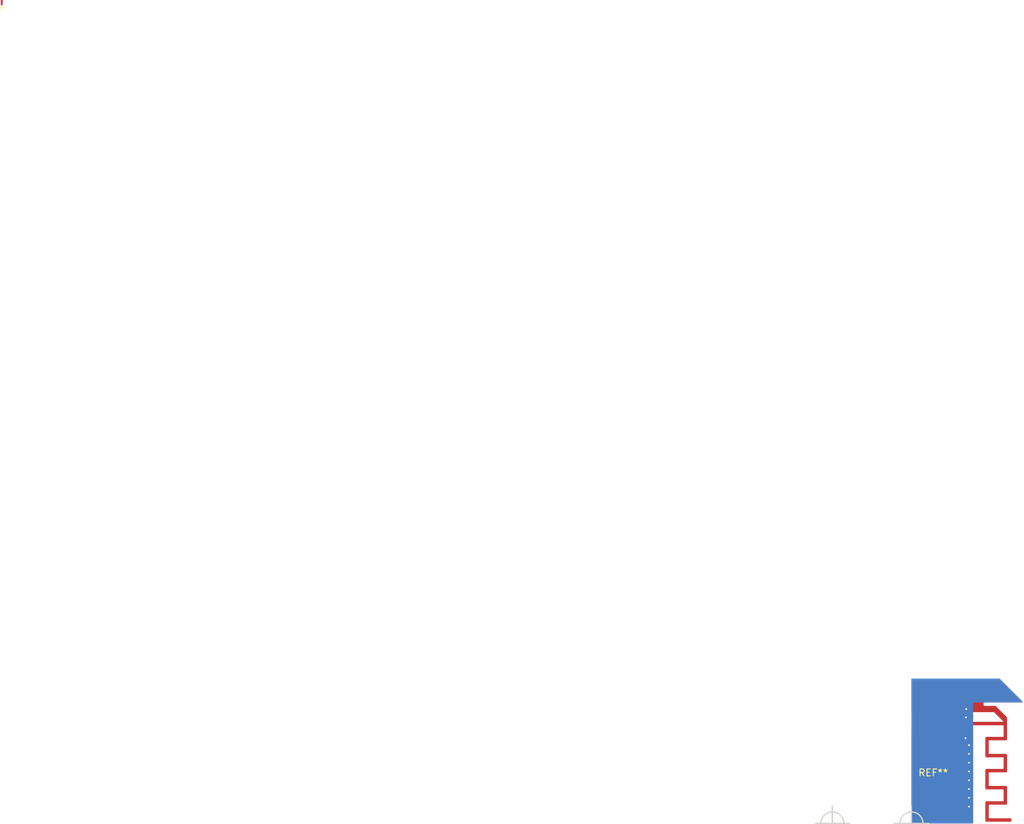
<source format=kicad_pcb>
(kicad_pcb (version 4) (host pcbnew 4.0.5)

  (general
    (links 15)
    (no_connects 0)
    (area -1.392163 -0.8556 153.728557 130.347857)
    (thickness 1.6)
    (drawings 16)
    (tracks 2)
    (zones 0)
    (modules 14)
    (nets 2)
  )

  (page A4)
  (layers
    (0 F.Cu signal)
    (31 B.Cu signal)
    (32 B.Adhes user hide)
    (33 F.Adhes user hide)
    (34 B.Paste user hide)
    (35 F.Paste user hide)
    (36 B.SilkS user hide)
    (37 F.SilkS user hide)
    (38 B.Mask user hide)
    (39 F.Mask user hide)
    (40 Dwgs.User user hide)
    (41 Cmts.User user hide)
    (42 Eco1.User user hide)
    (43 Eco2.User user hide)
    (44 Edge.Cuts user hide)
    (45 Margin user)
    (46 B.CrtYd user hide)
    (47 F.CrtYd user hide)
    (48 B.Fab user hide)
    (49 F.Fab user hide)
  )

  (setup
    (last_trace_width 0.254)
    (user_trace_width 0.254)
    (user_trace_width 0.508)
    (user_trace_width 0.5588)
    (user_trace_width 1.016)
    (user_trace_width 1.27)
    (user_trace_width 2.286)
    (trace_clearance 0.1524)
    (zone_clearance 0.1524)
    (zone_45_only yes)
    (trace_min 0.1524)
    (segment_width 0.2)
    (edge_width 0.15)
    (via_size 0.5588)
    (via_drill 0.254)
    (via_min_size 0.254)
    (via_min_drill 0.1016)
    (user_via 0.5588 0.254)
    (user_via 1.016 0.762)
    (uvia_size 0.3)
    (uvia_drill 0.1)
    (uvias_allowed no)
    (uvia_min_size 0.2)
    (uvia_min_drill 0.1)
    (pcb_text_width 0.3)
    (pcb_text_size 1.5 1.5)
    (mod_edge_width 0.15)
    (mod_text_size 1 1)
    (mod_text_width 0.15)
    (pad_size 5.08 2.42)
    (pad_drill 0)
    (pad_to_mask_clearance 0.0762)
    (aux_axis_origin 131.5085 118.491)
    (grid_origin 131.5085 118.491)
    (visible_elements 7FFEFF7F)
    (pcbplotparams
      (layerselection 0x02000_80000001)
      (usegerberextensions false)
      (excludeedgelayer true)
      (linewidth 0.100000)
      (plotframeref false)
      (viasonmask false)
      (mode 1)
      (useauxorigin true)
      (hpglpennumber 1)
      (hpglpenspeed 20)
      (hpglpendiameter 15)
      (hpglpenoverlay 2)
      (psnegative false)
      (psa4output false)
      (plotreference true)
      (plotvalue true)
      (plotinvisibletext false)
      (padsonsilk false)
      (subtractmaskfromsilk false)
      (outputformat 1)
      (mirror false)
      (drillshape 0)
      (scaleselection 1)
      (outputdirectory ART/))
  )

  (net 0 "")
  (net 1 GND)

  (net_class Default "This is the default net class."
    (clearance 0.1524)
    (trace_width 0.254)
    (via_dia 0.5588)
    (via_drill 0.254)
    (uvia_dia 0.3)
    (uvia_drill 0.1)
    (add_net GND)
  )

  (module muwave_stub (layer F.Cu) (tedit 5994F6C7) (tstamp 0)
    (at 0 0)
    (fp_text reference REF** (at 0 0.5) (layer F.SilkS)
      (effects (font (size 0.254 0.254) (thickness 0.0508)))
    )
    (fp_text value muwave_stub (at 0 -0.5) (layer F.Fab)
      (effects (font (size 0.254 0.254) (thickness 0.0508)))
    )
    (pad 1 smd rect (at 0 0) (size 0.254 0.254) (layers F.Cu))
    (pad 1 smd rect (at 0 -0.37465) (size 0.254 0.4953) (layers F.Cu))
  )

  (module muwave_stub (layer F.Cu) (tedit 5994F6B1) (tstamp 0)
    (at 0 0)
    (fp_text reference REF** (at 0 0.5) (layer F.SilkS)
      (effects (font (size 0.254 0.254) (thickness 0.0508)))
    )
    (fp_text value muwave_stub (at 0 -0.5) (layer F.Fab)
      (effects (font (size 0.254 0.254) (thickness 0.0508)))
    )
    (pad 1 smd rect (at 0 0) (size 0.254 0.254) (layers F.Cu))
    (pad 1 smd rect (at 0 -0.37465) (size 0.254 0.4953) (layers F.Cu))
  )

  (module Miscellaneous:Via_Stitch_Dia0.356mm_Drill0.254mm (layer B.Cu) (tedit 58ED5CAC) (tstamp 59948BEE)
    (at 139.827 116.0526 90)
    (fp_text reference REF** (at 0 -0.889 90) (layer B.SilkS) hide
      (effects (font (size 1 1) (thickness 0.15)) (justify mirror))
    )
    (fp_text value Via_Stitch_Dia0.356mm_Drill0.254mm (at 0 0.889 90) (layer B.Fab)
      (effects (font (size 1 1) (thickness 0.15)) (justify mirror))
    )
    (pad 1 thru_hole circle (at 0 0 90) (size 0.356 0.356) (drill 0.254) (layers *.Cu)
      (net 1 GND) (zone_connect 2))
  )

  (module Miscellaneous:Via_Stitch_Dia0.356mm_Drill0.254mm (layer B.Cu) (tedit 58ED5CAC) (tstamp 596FEEA0)
    (at 139.4333 101.9429)
    (fp_text reference REF** (at 0 -0.889) (layer B.SilkS) hide
      (effects (font (size 1 1) (thickness 0.15)) (justify mirror))
    )
    (fp_text value Via_Stitch_Dia0.356mm_Drill0.254mm (at 0 0.889) (layer B.Fab)
      (effects (font (size 1 1) (thickness 0.15)) (justify mirror))
    )
    (pad 1 thru_hole circle (at 0 0) (size 0.356 0.356) (drill 0.254) (layers *.Cu)
      (net 1 GND) (zone_connect 2))
  )

  (module Miscellaneous:Via_Stitch_Dia0.356mm_Drill0.254mm (layer B.Cu) (tedit 58ED5CAC) (tstamp 590F8A80)
    (at 139.827 107.1626 90)
    (fp_text reference REF** (at 0 -0.889 90) (layer B.SilkS) hide
      (effects (font (size 1 1) (thickness 0.15)) (justify mirror))
    )
    (fp_text value Via_Stitch_Dia0.356mm_Drill0.254mm (at 0 0.889 90) (layer B.Fab)
      (effects (font (size 1 1) (thickness 0.15)) (justify mirror))
    )
    (pad 1 thru_hole circle (at 0 0 90) (size 0.356 0.356) (drill 0.254) (layers *.Cu)
      (net 1 GND) (zone_connect 2))
  )

  (module Miscellaneous:Via_Stitch_Dia0.356mm_Drill0.254mm (layer B.Cu) (tedit 58ED5CAC) (tstamp 590F8A78)
    (at 139.827 109.7026 90)
    (fp_text reference REF** (at 0 -0.889 90) (layer B.SilkS) hide
      (effects (font (size 1 1) (thickness 0.15)) (justify mirror))
    )
    (fp_text value Via_Stitch_Dia0.356mm_Drill0.254mm (at 0 0.889 90) (layer B.Fab)
      (effects (font (size 1 1) (thickness 0.15)) (justify mirror))
    )
    (pad 1 thru_hole circle (at 0 0 90) (size 0.356 0.356) (drill 0.254) (layers *.Cu)
      (net 1 GND) (zone_connect 2))
  )

  (module Miscellaneous:Via_Stitch_Dia0.356mm_Drill0.254mm (layer B.Cu) (tedit 58ED5CAC) (tstamp 590F8A70)
    (at 139.827 112.2426 90)
    (fp_text reference REF** (at 0 -0.889 90) (layer B.SilkS) hide
      (effects (font (size 1 1) (thickness 0.15)) (justify mirror))
    )
    (fp_text value Via_Stitch_Dia0.356mm_Drill0.254mm (at 0 0.889 90) (layer B.Fab)
      (effects (font (size 1 1) (thickness 0.15)) (justify mirror))
    )
    (pad 1 thru_hole circle (at 0 0 90) (size 0.356 0.356) (drill 0.254) (layers *.Cu)
      (net 1 GND) (zone_connect 2))
  )

  (module Miscellaneous:Via_Stitch_Dia0.356mm_Drill0.254mm (layer B.Cu) (tedit 58ED5CAC) (tstamp 590F8A60)
    (at 139.827 108.4326 90)
    (fp_text reference REF** (at 0 -0.889 90) (layer B.SilkS) hide
      (effects (font (size 1 1) (thickness 0.15)) (justify mirror))
    )
    (fp_text value Via_Stitch_Dia0.356mm_Drill0.254mm (at 0 0.889 90) (layer B.Fab)
      (effects (font (size 1 1) (thickness 0.15)) (justify mirror))
    )
    (pad 1 thru_hole circle (at 0 0 90) (size 0.356 0.356) (drill 0.254) (layers *.Cu)
      (net 1 GND) (zone_connect 2))
  )

  (module Miscellaneous:Via_Stitch_Dia0.356mm_Drill0.254mm (layer B.Cu) (tedit 58ED5CAC) (tstamp 590F8A5C)
    (at 139.827 110.9726 90)
    (fp_text reference REF** (at 0 -0.889 90) (layer B.SilkS) hide
      (effects (font (size 1 1) (thickness 0.15)) (justify mirror))
    )
    (fp_text value Via_Stitch_Dia0.356mm_Drill0.254mm (at 0 0.889 90) (layer B.Fab)
      (effects (font (size 1 1) (thickness 0.15)) (justify mirror))
    )
    (pad 1 thru_hole circle (at 0 0 90) (size 0.356 0.356) (drill 0.254) (layers *.Cu)
      (net 1 GND) (zone_connect 2))
  )

  (module Miscellaneous:Via_Stitch_Dia0.356mm_Drill0.254mm (layer B.Cu) (tedit 58ED5CAC) (tstamp 590F8A4C)
    (at 139.827 113.5126 90)
    (fp_text reference REF** (at 0 -0.889 90) (layer B.SilkS) hide
      (effects (font (size 1 1) (thickness 0.15)) (justify mirror))
    )
    (fp_text value Via_Stitch_Dia0.356mm_Drill0.254mm (at 0 0.889 90) (layer B.Fab)
      (effects (font (size 1 1) (thickness 0.15)) (justify mirror))
    )
    (pad 1 thru_hole circle (at 0 0 90) (size 0.356 0.356) (drill 0.254) (layers *.Cu)
      (net 1 GND) (zone_connect 2))
  )

  (module Miscellaneous:Via_Stitch_Dia0.356mm_Drill0.254mm (layer B.Cu) (tedit 58ED5CAC) (tstamp 590F8A24)
    (at 139.827 114.7826 90)
    (fp_text reference REF** (at 0 -0.889 90) (layer B.SilkS) hide
      (effects (font (size 1 1) (thickness 0.15)) (justify mirror))
    )
    (fp_text value Via_Stitch_Dia0.356mm_Drill0.254mm (at 0 0.889 90) (layer B.Fab)
      (effects (font (size 1 1) (thickness 0.15)) (justify mirror))
    )
    (pad 1 thru_hole circle (at 0 0 90) (size 0.356 0.356) (drill 0.254) (layers *.Cu)
      (net 1 GND) (zone_connect 2))
  )

  (module Miscellaneous:Via_Stitch_Dia0.356mm_Drill0.254mm (layer B.Cu) (tedit 58ED5CAC) (tstamp 5903A6F6)
    (at 139.319 106.1466)
    (fp_text reference REF** (at 0 -0.889) (layer B.SilkS) hide
      (effects (font (size 1 1) (thickness 0.15)) (justify mirror))
    )
    (fp_text value Via_Stitch_Dia0.356mm_Drill0.254mm (at 0 0.889) (layer B.Fab)
      (effects (font (size 1 1) (thickness 0.15)) (justify mirror))
    )
    (pad 1 thru_hole circle (at 0 0) (size 0.356 0.356) (drill 0.254) (layers *.Cu)
      (net 1 GND) (zone_connect 2))
  )

  (module Miscellaneous:Via_Stitch_Dia0.356mm_Drill0.254mm (layer B.Cu) (tedit 58ED5CAC) (tstamp 5903A450)
    (at 139.3825 103.1494)
    (fp_text reference REF** (at 0 -0.889) (layer B.SilkS) hide
      (effects (font (size 1 1) (thickness 0.15)) (justify mirror))
    )
    (fp_text value Via_Stitch_Dia0.356mm_Drill0.254mm (at 0 0.889) (layer B.Fab)
      (effects (font (size 1 1) (thickness 0.15)) (justify mirror))
    )
    (pad 1 thru_hole circle (at 0 0) (size 0.356 0.356) (drill 0.254) (layers *.Cu)
      (net 1 GND) (zone_connect 2))
  )

  (module Miscellaneous:Molex_SMA_Jack_Edge_Mount (layer F.Cu) (tedit 5995E420) (tstamp 598D0DBF)
    (at 136.3853 104.0384)
    (descr "Molex SMA Jack, Edge Mount, http://www.molex.com/pdm_docs/sd/732511150_sd.pdf")
    (tags "sma edge")
    (attr smd)
    (fp_text reference REF** (at -1.72 7.11) (layer F.SilkS)
      (effects (font (size 1 1) (thickness 0.15)))
    )
    (fp_text value Molex_SMA_Jack_Edge_Mount (at -1.72 -7.11) (layer F.Fab)
      (effects (font (size 1 1) (thickness 0.15)))
    )
    (fp_line (start -4.76 -0.38) (end 0.49 -0.38) (layer F.Fab) (width 0.1))
    (fp_line (start -4.76 0.38) (end 0.49 0.38) (layer F.Fab) (width 0.1))
    (fp_line (start 0.49 -0.38) (end 0.49 0.38) (layer F.Fab) (width 0.1))
    (fp_line (start 0.49 3.75) (end 0.49 4.76) (layer F.Fab) (width 0.1))
    (fp_line (start 0.49 -4.76) (end 0.49 -3.75) (layer F.Fab) (width 0.1))
    (fp_line (start -14.29 -6.09) (end -14.29 6.09) (layer F.CrtYd) (width 0.05))
    (fp_line (start -14.29 6.09) (end 2.71 6.09) (layer F.CrtYd) (width 0.05))
    (fp_line (start 2.71 -6.09) (end 2.71 6.09) (layer B.CrtYd) (width 0.05))
    (fp_line (start -14.29 -6.09) (end 2.71 -6.09) (layer B.CrtYd) (width 0.05))
    (fp_line (start -14.29 -6.09) (end -14.29 6.09) (layer B.CrtYd) (width 0.05))
    (fp_line (start -14.29 6.09) (end 2.71 6.09) (layer B.CrtYd) (width 0.05))
    (fp_line (start 2.71 -6.09) (end 2.71 6.09) (layer F.CrtYd) (width 0.05))
    (fp_line (start 2.71 -6.09) (end -14.29 -6.09) (layer F.CrtYd) (width 0.05))
    (fp_line (start -4.76 -3.75) (end 0.49 -3.75) (layer F.Fab) (width 0.1))
    (fp_line (start -4.76 3.75) (end 0.49 3.75) (layer F.Fab) (width 0.1))
    (fp_line (start -13.79 -2.65) (end -5.91 -2.65) (layer F.Fab) (width 0.1))
    (fp_line (start -13.79 -2.65) (end -13.79 2.65) (layer F.Fab) (width 0.1))
    (fp_line (start -13.79 2.65) (end -5.91 2.65) (layer F.Fab) (width 0.1))
    (fp_line (start -4.76 -3.75) (end -4.76 3.75) (layer F.Fab) (width 0.1))
    (fp_line (start 0.49 -4.76) (end -5.91 -4.76) (layer F.Fab) (width 0.1))
    (fp_line (start -5.91 -4.76) (end -5.91 4.76) (layer F.Fab) (width 0.1))
    (fp_line (start -5.91 4.76) (end 0.49 4.76) (layer F.Fab) (width 0.1))
    (pad 1 smd rect (at -1.72 0) (size 5.08 2.29) (layers F.Cu F.Paste F.Mask)
      (net 1 GND))
    (pad 2 smd rect (at -1.72 -4.38) (size 5.08 2.42) (layers F.Cu F.Paste F.Mask)
      (net 1 GND) (zone_connect 2))
    (pad 2 smd rect (at -1.72 4.38) (size 5.08 2.42) (layers F.Cu F.Paste F.Mask)
      (net 1 GND))
    (pad 2 smd rect (at -1.72 -4.38) (size 5.08 2.42) (layers B.Cu B.Paste B.Mask)
      (net 1 GND))
    (pad 2 smd rect (at -1.72 4.38) (size 5.08 2.42) (layers B.Cu B.Paste B.Mask)
      (net 1 GND))
    (model ${KISYS3DMOD}/Connectors_Molex.3dshapes/Molex_SMA_Jack_Edge_Mount.wrl
      (at (xyz 0 0 0))
      (scale (xyz 1 1 1))
      (rotate (xyz 0 0 0))
    )
  )

  (gr_line (start 147.701 118.491) (end 147.701 100.9904) (angle 90) (layer Margin) (width 0.2))
  (gr_line (start 140.4239 118.491) (end 147.701 118.491) (angle 90) (layer Margin) (width 0.2))
  (gr_line (start 131.5085 118.491) (end 140.4239 118.491) (angle 90) (layer Margin) (width 0.2))
  (gr_line (start 144.2466 97.536) (end 147.701 100.9904) (angle 90) (layer Margin) (width 0.2))
  (gr_line (start 131.5085 97.536) (end 144.2466 97.536) (angle 90) (layer Margin) (width 0.2))
  (gr_line (start 131.5085 118.491) (end 131.5085 97.536) (angle 90) (layer Margin) (width 0.2))
  (target plus (at 131.5085 118.491) (size 5) (width 0.15) (layer Edge.Cuts))
  (target plus (at 131.5085 118.491) (size 5) (width 0.15) (layer Edge.Cuts))
  (target plus (at 131.5085 118.491) (size 5) (width 0.15) (layer Edge.Cuts))
  (target plus (at 131.5212 118.491) (size 5) (width 0.15) (layer Edge.Cuts))
  (target plus (at 131.5212 118.491) (size 5) (width 0.15) (layer Edge.Cuts))
  (target plus (at 120.0785 118.491) (size 5) (width 0.15) (layer Edge.Cuts))
  (target plus (at 120.0785 118.491) (size 5) (width 0.15) (layer Edge.Cuts))
  (target plus (at 120.0912 118.491) (size 5) (width 0.15) (layer Edge.Cuts))
  (target plus (at 120.0785 118.491) (size 5) (width 0.15) (layer Edge.Cuts))
  (target plus (at 120.0785 118.491) (size 5) (width 0.15) (layer Edge.Cuts))

  (segment (start 134.6653 104.0384) (end 138.2522 104.0384) (width 0.254) (layer F.Cu) (net 1))
  (segment (start 138.2522 104.0384) (end 138.2776 104.013) (width 0.254) (layer F.Cu) (net 1) (tstamp 59948F6C))

  (zone (net 1) (net_name GND) (layer F.Cu) (tstamp 58EB9D5B) (hatch edge 0.508)
    (connect_pads yes (clearance 0.1524))
    (min_thickness 0.1524)
    (fill yes (arc_segments 16) (thermal_gap 0.5588) (thermal_bridge_width 0.5588))
    (polygon
      (pts
        (xy 140.4239 118.491) (xy 131.5085 118.491) (xy 131.5085 105.6132) (xy 137.6299 105.6132) (xy 137.6299 105.156)
        (xy 138.6967 104.5464) (xy 140.4239 104.5464)
      )
    )
    (filled_polygon
      (pts
        (xy 140.3477 118.4148) (xy 131.5847 118.4148) (xy 131.5847 105.6894) (xy 137.6299 105.6894) (xy 137.659546 105.683397)
        (xy 137.684521 105.666332) (xy 137.700889 105.640895) (xy 137.7061 105.6132) (xy 137.7061 105.200221) (xy 138.716936 104.6226)
        (xy 140.3477 104.6226)
      )
    )
  )
  (zone (net 1) (net_name GND) (layer B.Cu) (tstamp 58EB9D5B) (hatch edge 0.508)
    (connect_pads yes (clearance 0.1524))
    (min_thickness 0.1524)
    (fill yes (arc_segments 16) (thermal_gap 0.254) (thermal_bridge_width 0.3048))
    (polygon
      (pts
        (xy 147.701 100.9904) (xy 140.4239 100.9904) (xy 140.4239 118.491) (xy 131.5085 118.491) (xy 131.5085 97.536)
        (xy 144.2466 97.536)
      )
    )
    (filled_polygon
      (pts
        (xy 147.517036 100.9142) (xy 140.4239 100.9142) (xy 140.396205 100.919411) (xy 140.395305 100.91999) (xy 140.394254 100.920203)
        (xy 140.382614 100.928157) (xy 140.370768 100.935779) (xy 140.370164 100.936664) (xy 140.369279 100.937268) (xy 140.361657 100.949114)
        (xy 140.353703 100.960754) (xy 140.35349 100.961805) (xy 140.352911 100.962705) (xy 140.3477 100.9904) (xy 140.3477 118.4148)
        (xy 131.5847 118.4148) (xy 131.5847 97.6122) (xy 144.215036 97.6122)
      )
    )
  )
  (zone (net 0) (net_name "") (layer B.Cu) (tstamp 59923E21) (hatch edge 0.508)
    (connect_pads (clearance 0.1524))
    (min_thickness 0.1524)
    (keepout (tracks not_allowed) (vias not_allowed) (copperpour not_allowed))
    (fill (arc_segments 16) (thermal_gap 0.5588) (thermal_bridge_width 0.5588))
    (polygon
      (pts
        (xy 140.4239 118.491) (xy 147.701 118.491) (xy 147.701 100.9904) (xy 140.4239 100.9904)
      )
    )
  )
  (zone (net 1) (net_name GND) (layer F.Cu) (tstamp 5995E3FE) (hatch edge 0.508)
    (connect_pads (clearance 0.1524))
    (min_thickness 0.254)
    (fill yes (arc_segments 16) (thermal_gap 0.508) (thermal_bridge_width 0.508))
    (polygon
      (pts
        (xy 144.2466 97.536) (xy 147.701 100.9904) (xy 141.9479 100.9904) (xy 141.9479 101.4857) (xy 143.6751 101.4857)
        (xy 145.3261 103.1367) (xy 145.3261 106.4641) (xy 142.6845 106.4641) (xy 142.6845 108.4326) (xy 145.3261 108.4326)
        (xy 145.3261 111.0996) (xy 142.6845 111.0996) (xy 142.6845 113.0681) (xy 145.3261 113.0681) (xy 145.3261 115.7732)
        (xy 142.6845 115.7732) (xy 142.6845 117.7417) (xy 145.9738 117.7417) (xy 145.9738 118.237) (xy 142.1892 118.237)
        (xy 142.1892 115.2779) (xy 144.8308 115.2779) (xy 144.8308 113.5634) (xy 142.1892 113.5634) (xy 142.1892 110.6043)
        (xy 144.8308 110.6043) (xy 144.8308 108.9279) (xy 142.1892 108.9279) (xy 142.1892 105.9688) (xy 144.8308 105.9688)
        (xy 144.8308 104.2924) (xy 140.3096 104.2924) (xy 139.7254 104.3559) (xy 138.684 104.3559) (xy 137.1981 105.1814)
        (xy 137.1981 102.8954) (xy 138.6713 103.7209) (xy 139.7635 103.7209) (xy 140.3096 103.7844) (xy 144.8308 103.7844)
        (xy 143.4338 102.3874) (xy 139.7762 102.3874) (xy 139.7762 102.5398) (xy 140.4239 102.5398) (xy 140.4239 103.505)
        (xy 138.6713 103.505) (xy 137.6299 102.9208) (xy 137.6299 102.4636) (xy 131.5085 102.4636) (xy 131.5085 97.536)
      )
    )
    (filled_polygon
      (pts
        (xy 147.394394 100.8634) (xy 141.9479 100.8634) (xy 141.89849 100.873406) (xy 141.856865 100.901847) (xy 141.829585 100.944241)
        (xy 141.8209 100.9904) (xy 141.8209 101.4857) (xy 141.830906 101.53511) (xy 141.859347 101.576735) (xy 141.901741 101.604015)
        (xy 141.9479 101.6127) (xy 143.622494 101.6127) (xy 145.1991 103.189306) (xy 145.1991 106.3371) (xy 142.6845 106.3371)
        (xy 142.63509 106.347106) (xy 142.593465 106.375547) (xy 142.566185 106.417941) (xy 142.5575 106.4641) (xy 142.5575 108.4326)
        (xy 142.567506 108.48201) (xy 142.595947 108.523635) (xy 142.638341 108.550915) (xy 142.6845 108.5596) (xy 145.1991 108.5596)
        (xy 145.1991 110.9726) (xy 142.6845 110.9726) (xy 142.63509 110.982606) (xy 142.593465 111.011047) (xy 142.566185 111.053441)
        (xy 142.5575 111.0996) (xy 142.5575 113.0681) (xy 142.567506 113.11751) (xy 142.595947 113.159135) (xy 142.638341 113.186415)
        (xy 142.6845 113.1951) (xy 145.1991 113.1951) (xy 145.1991 115.6462) (xy 142.6845 115.6462) (xy 142.63509 115.656206)
        (xy 142.593465 115.684647) (xy 142.566185 115.727041) (xy 142.5575 115.7732) (xy 142.5575 117.7417) (xy 142.567506 117.79111)
        (xy 142.595947 117.832735) (xy 142.638341 117.860015) (xy 142.6845 117.8687) (xy 145.8468 117.8687) (xy 145.8468 118.11)
        (xy 142.3162 118.11) (xy 142.3162 115.4049) (xy 144.8308 115.4049) (xy 144.88021 115.394894) (xy 144.921835 115.366453)
        (xy 144.949115 115.324059) (xy 144.9578 115.2779) (xy 144.9578 113.5634) (xy 144.947794 113.51399) (xy 144.919353 113.472365)
        (xy 144.876959 113.445085) (xy 144.8308 113.4364) (xy 142.3162 113.4364) (xy 142.3162 110.7313) (xy 144.8308 110.7313)
        (xy 144.88021 110.721294) (xy 144.921835 110.692853) (xy 144.949115 110.650459) (xy 144.9578 110.6043) (xy 144.9578 108.9279)
        (xy 144.947794 108.87849) (xy 144.919353 108.836865) (xy 144.876959 108.809585) (xy 144.8308 108.8009) (xy 142.3162 108.8009)
        (xy 142.3162 106.0958) (xy 144.8308 106.0958) (xy 144.88021 106.085794) (xy 144.921835 106.057353) (xy 144.949115 106.014959)
        (xy 144.9578 105.9688) (xy 144.9578 104.2924) (xy 144.947794 104.24299) (xy 144.919353 104.201365) (xy 144.876959 104.174085)
        (xy 144.8308 104.1654) (xy 140.3096 104.1654) (xy 140.295876 104.166144) (xy 139.718521 104.2289) (xy 138.684 104.2289)
        (xy 138.622323 104.244882) (xy 137.8403 104.679339) (xy 137.8403 104.32415) (xy 137.68155 104.1654) (xy 137.3251 104.1654)
        (xy 137.3251 103.9114) (xy 137.68155 103.9114) (xy 137.8403 103.75265) (xy 137.8403 103.400833) (xy 138.609218 103.831692)
        (xy 138.6713 103.8479) (xy 139.756141 103.8479) (xy 140.294931 103.91055) (xy 140.3096 103.9114) (xy 144.8308 103.9114)
        (xy 144.88021 103.901394) (xy 144.921835 103.872953) (xy 144.949115 103.830559) (xy 144.957752 103.780891) (xy 144.946384 103.731777)
        (xy 144.920603 103.694597) (xy 143.523603 102.297597) (xy 143.481589 102.269734) (xy 143.4338 102.2604) (xy 139.7762 102.2604)
        (xy 139.72679 102.270406) (xy 139.685165 102.298847) (xy 139.657885 102.341241) (xy 139.6492 102.3874) (xy 139.6492 102.5398)
        (xy 139.659206 102.58921) (xy 139.687647 102.630835) (xy 139.730041 102.658115) (xy 139.7762 102.6668) (xy 140.2969 102.6668)
        (xy 140.2969 103.378) (xy 138.704489 103.378) (xy 137.8403 102.893211) (xy 137.8403 102.76709) (xy 137.7569 102.565745)
        (xy 137.7569 102.4636) (xy 137.746894 102.41419) (xy 137.718453 102.372565) (xy 137.676059 102.345285) (xy 137.6299 102.3366)
        (xy 137.5204 102.3366) (xy 137.331609 102.2584) (xy 134.95105 102.2584) (xy 134.87285 102.3366) (xy 134.45775 102.3366)
        (xy 134.37955 102.2584) (xy 131.998991 102.2584) (xy 131.8102 102.3366) (xy 131.6355 102.3366) (xy 131.6355 97.663)
        (xy 144.193994 97.663)
      )
    )
  )
)

</source>
